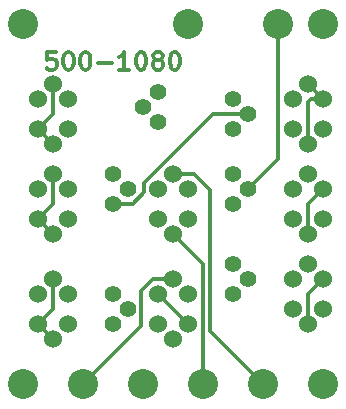
<source format=gtl>
G04 #@! TF.FileFunction,Copper,L1,Top,Signal*
%FSLAX46Y46*%
G04 Gerber Fmt 4.6, Leading zero omitted, Abs format (unit mm)*
G04 Created by KiCad (PCBNEW (2016-03-22 BZR 6643, Git db8c72c)-product) date 4/2/2016 6:11:23 PM*
%MOMM*%
G01*
G04 APERTURE LIST*
%ADD10C,0.100000*%
%ADD11C,0.300000*%
%ADD12C,2.540000*%
%ADD13C,1.397000*%
%ADD14C,1.524000*%
%ADD15C,0.304800*%
G04 APERTURE END LIST*
D10*
D11*
X84042859Y-83633571D02*
X83328573Y-83633571D01*
X83257144Y-84347857D01*
X83328573Y-84276429D01*
X83471430Y-84205000D01*
X83828573Y-84205000D01*
X83971430Y-84276429D01*
X84042859Y-84347857D01*
X84114287Y-84490714D01*
X84114287Y-84847857D01*
X84042859Y-84990714D01*
X83971430Y-85062143D01*
X83828573Y-85133571D01*
X83471430Y-85133571D01*
X83328573Y-85062143D01*
X83257144Y-84990714D01*
X85042858Y-83633571D02*
X85185715Y-83633571D01*
X85328572Y-83705000D01*
X85400001Y-83776429D01*
X85471430Y-83919286D01*
X85542858Y-84205000D01*
X85542858Y-84562143D01*
X85471430Y-84847857D01*
X85400001Y-84990714D01*
X85328572Y-85062143D01*
X85185715Y-85133571D01*
X85042858Y-85133571D01*
X84900001Y-85062143D01*
X84828572Y-84990714D01*
X84757144Y-84847857D01*
X84685715Y-84562143D01*
X84685715Y-84205000D01*
X84757144Y-83919286D01*
X84828572Y-83776429D01*
X84900001Y-83705000D01*
X85042858Y-83633571D01*
X86471429Y-83633571D02*
X86614286Y-83633571D01*
X86757143Y-83705000D01*
X86828572Y-83776429D01*
X86900001Y-83919286D01*
X86971429Y-84205000D01*
X86971429Y-84562143D01*
X86900001Y-84847857D01*
X86828572Y-84990714D01*
X86757143Y-85062143D01*
X86614286Y-85133571D01*
X86471429Y-85133571D01*
X86328572Y-85062143D01*
X86257143Y-84990714D01*
X86185715Y-84847857D01*
X86114286Y-84562143D01*
X86114286Y-84205000D01*
X86185715Y-83919286D01*
X86257143Y-83776429D01*
X86328572Y-83705000D01*
X86471429Y-83633571D01*
X87614286Y-84562143D02*
X88757143Y-84562143D01*
X90257143Y-85133571D02*
X89400000Y-85133571D01*
X89828572Y-85133571D02*
X89828572Y-83633571D01*
X89685715Y-83847857D01*
X89542857Y-83990714D01*
X89400000Y-84062143D01*
X91185714Y-83633571D02*
X91328571Y-83633571D01*
X91471428Y-83705000D01*
X91542857Y-83776429D01*
X91614286Y-83919286D01*
X91685714Y-84205000D01*
X91685714Y-84562143D01*
X91614286Y-84847857D01*
X91542857Y-84990714D01*
X91471428Y-85062143D01*
X91328571Y-85133571D01*
X91185714Y-85133571D01*
X91042857Y-85062143D01*
X90971428Y-84990714D01*
X90900000Y-84847857D01*
X90828571Y-84562143D01*
X90828571Y-84205000D01*
X90900000Y-83919286D01*
X90971428Y-83776429D01*
X91042857Y-83705000D01*
X91185714Y-83633571D01*
X92542857Y-84276429D02*
X92399999Y-84205000D01*
X92328571Y-84133571D01*
X92257142Y-83990714D01*
X92257142Y-83919286D01*
X92328571Y-83776429D01*
X92399999Y-83705000D01*
X92542857Y-83633571D01*
X92828571Y-83633571D01*
X92971428Y-83705000D01*
X93042857Y-83776429D01*
X93114285Y-83919286D01*
X93114285Y-83990714D01*
X93042857Y-84133571D01*
X92971428Y-84205000D01*
X92828571Y-84276429D01*
X92542857Y-84276429D01*
X92399999Y-84347857D01*
X92328571Y-84419286D01*
X92257142Y-84562143D01*
X92257142Y-84847857D01*
X92328571Y-84990714D01*
X92399999Y-85062143D01*
X92542857Y-85133571D01*
X92828571Y-85133571D01*
X92971428Y-85062143D01*
X93042857Y-84990714D01*
X93114285Y-84847857D01*
X93114285Y-84562143D01*
X93042857Y-84419286D01*
X92971428Y-84347857D01*
X92828571Y-84276429D01*
X94042856Y-83633571D02*
X94185713Y-83633571D01*
X94328570Y-83705000D01*
X94399999Y-83776429D01*
X94471428Y-83919286D01*
X94542856Y-84205000D01*
X94542856Y-84562143D01*
X94471428Y-84847857D01*
X94399999Y-84990714D01*
X94328570Y-85062143D01*
X94185713Y-85133571D01*
X94042856Y-85133571D01*
X93899999Y-85062143D01*
X93828570Y-84990714D01*
X93757142Y-84847857D01*
X93685713Y-84562143D01*
X93685713Y-84205000D01*
X93757142Y-83919286D01*
X93828570Y-83776429D01*
X93899999Y-83705000D01*
X94042856Y-83633571D01*
D12*
X95250000Y-81280000D03*
X86360000Y-111760000D03*
X106680000Y-111760000D03*
X81280000Y-111760000D03*
X91440000Y-111760000D03*
X102870000Y-81280000D03*
X96520000Y-111760000D03*
X101600000Y-111760000D03*
X106680000Y-81280000D03*
X81280000Y-81280000D03*
D13*
X88900000Y-93980000D03*
X90170000Y-95250000D03*
X88900000Y-96520000D03*
X99060000Y-93980000D03*
X100330000Y-95250000D03*
X99060000Y-96520000D03*
X99060000Y-87630000D03*
X100330000Y-88900000D03*
X99060000Y-90170000D03*
X92710000Y-89535000D03*
X91440000Y-88265000D03*
X92710000Y-86995000D03*
X88900000Y-104140000D03*
X90170000Y-105410000D03*
X88900000Y-106680000D03*
X99060000Y-101600000D03*
X100330000Y-102870000D03*
X99060000Y-104140000D03*
D14*
X105410000Y-91440000D03*
X104140000Y-90170000D03*
X106680000Y-90170000D03*
X106680000Y-87630000D03*
X104140000Y-87630000D03*
X105410000Y-86360000D03*
X83820000Y-86360000D03*
X85090000Y-87630000D03*
X82550000Y-87630000D03*
X82550000Y-90170000D03*
X85090000Y-90170000D03*
X83820000Y-91440000D03*
X93980000Y-99060000D03*
X92710000Y-97790000D03*
X95250000Y-97790000D03*
X95250000Y-95250000D03*
X92710000Y-95250000D03*
X93980000Y-93980000D03*
X105410000Y-99060000D03*
X104140000Y-97790000D03*
X106680000Y-97790000D03*
X106680000Y-95250000D03*
X104140000Y-95250000D03*
X105410000Y-93980000D03*
X83820000Y-93980000D03*
X85090000Y-95250000D03*
X82550000Y-95250000D03*
X82550000Y-97790000D03*
X85090000Y-97790000D03*
X83820000Y-99060000D03*
X93980000Y-102870000D03*
X95250000Y-104140000D03*
X92710000Y-104140000D03*
X92710000Y-106680000D03*
X95250000Y-106680000D03*
X93980000Y-107950000D03*
X83820000Y-102870000D03*
X85090000Y-104140000D03*
X82550000Y-104140000D03*
X82550000Y-106680000D03*
X85090000Y-106680000D03*
X83820000Y-107950000D03*
X105410000Y-106680000D03*
X104140000Y-105410000D03*
X106680000Y-105410000D03*
X106680000Y-102870000D03*
X104140000Y-102870000D03*
X105410000Y-101600000D03*
D15*
X86360000Y-111760000D02*
X91274901Y-106845099D01*
X91274901Y-106845099D02*
X91274901Y-103845865D01*
X91274901Y-103845865D02*
X92250766Y-102870000D01*
X92250766Y-102870000D02*
X92902370Y-102870000D01*
X92902370Y-102870000D02*
X93980000Y-102870000D01*
X106680000Y-111760000D02*
X106045000Y-111760000D01*
X102870000Y-81280000D02*
X102870000Y-92710000D01*
X102870000Y-92710000D02*
X100330000Y-95250000D01*
X96520000Y-111760000D02*
X96520000Y-101600000D01*
X96520000Y-101600000D02*
X93980000Y-99060000D01*
X101600000Y-111760000D02*
X97078809Y-107238809D01*
X97078809Y-107238809D02*
X97078809Y-95349575D01*
X95057630Y-93980000D02*
X93980000Y-93980000D01*
X97078809Y-95349575D02*
X95709234Y-93980000D01*
X95709234Y-93980000D02*
X95057630Y-93980000D01*
X83820000Y-107950000D02*
X82550000Y-106680000D01*
X82550000Y-106680000D02*
X83820000Y-105410000D01*
X83820000Y-105410000D02*
X83820000Y-102870000D01*
X83820000Y-99060000D02*
X82550000Y-97790000D01*
X82550000Y-97790000D02*
X83820000Y-96520000D01*
X83820000Y-96520000D02*
X83820000Y-93980000D01*
X83820000Y-91440000D02*
X82550000Y-90170000D01*
X82550000Y-90170000D02*
X83820000Y-88900000D01*
X83820000Y-88900000D02*
X83820000Y-86360000D01*
X106680000Y-87630000D02*
X105602370Y-87630000D01*
X105602370Y-87630000D02*
X105410000Y-87822370D01*
X105410000Y-87822370D02*
X105410000Y-90362370D01*
X105410000Y-90362370D02*
X105410000Y-91440000D01*
X105410000Y-86360000D02*
X106680000Y-87630000D01*
X105410000Y-106680000D02*
X105410000Y-104140000D01*
X105410000Y-104140000D02*
X106680000Y-102870000D01*
X88900000Y-96520000D02*
X90535254Y-96520000D01*
X90535254Y-96520000D02*
X91541599Y-95513655D01*
X91541599Y-95513655D02*
X91541599Y-94689167D01*
X91541599Y-94689167D02*
X97330766Y-88900000D01*
X97330766Y-88900000D02*
X99342172Y-88900000D01*
X99342172Y-88900000D02*
X100330000Y-88900000D01*
X92710000Y-104140000D02*
X95250000Y-106680000D01*
X106680000Y-95250000D02*
X105410000Y-96520000D01*
X105410000Y-96520000D02*
X105410000Y-99060000D01*
M02*

</source>
